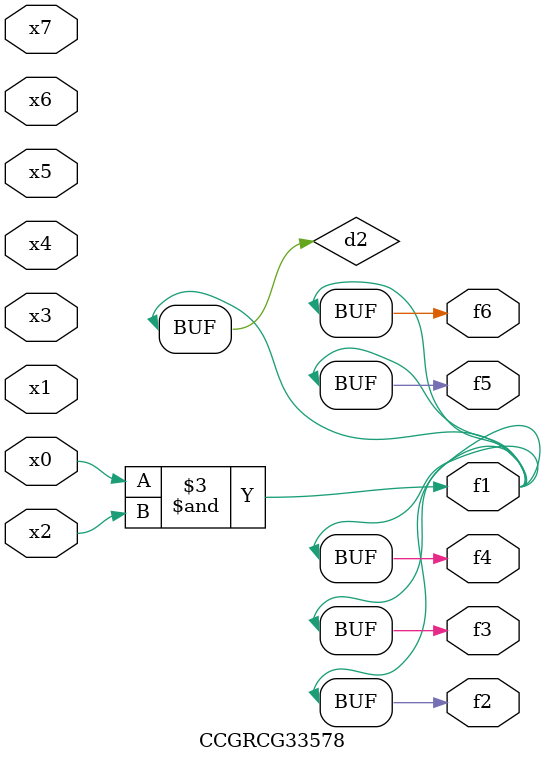
<source format=v>
module CCGRCG33578(
	input x0, x1, x2, x3, x4, x5, x6, x7,
	output f1, f2, f3, f4, f5, f6
);

	wire d1, d2;

	nor (d1, x3, x6);
	and (d2, x0, x2);
	assign f1 = d2;
	assign f2 = d2;
	assign f3 = d2;
	assign f4 = d2;
	assign f5 = d2;
	assign f6 = d2;
endmodule

</source>
